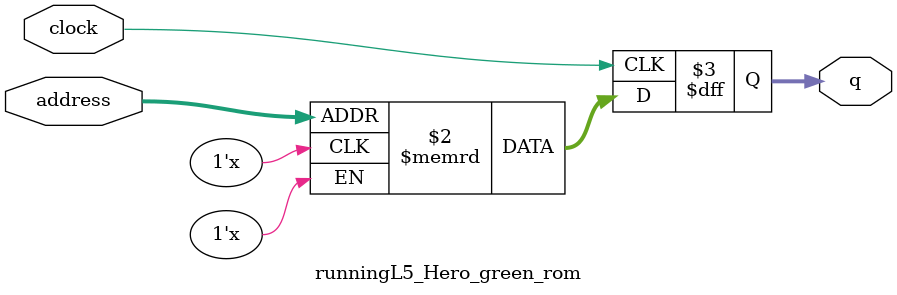
<source format=sv>
module runningL5_Hero_green_rom (
	input logic clock,
	input logic [11:0] address,
	output logic [2:0] q
);

logic [2:0] memory [0:2639] /* synthesis ram_init_file = "./runningL5_Hero_green/runningL5_Hero_green.mif" */;

always_ff @ (posedge clock) begin
	q <= memory[address];
end

endmodule

</source>
